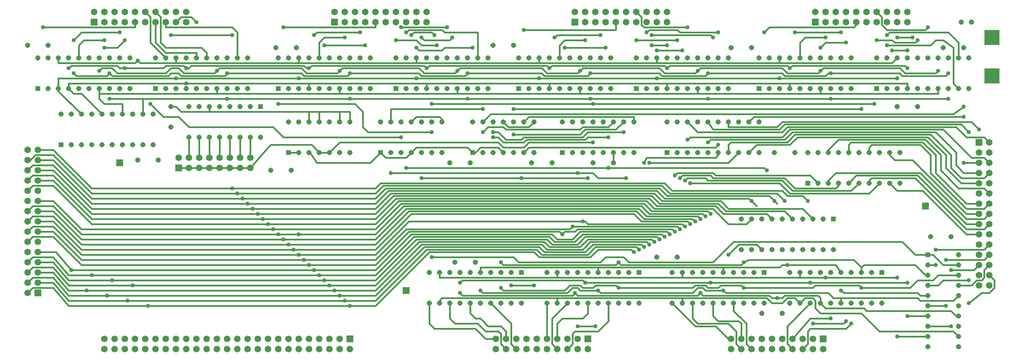
<source format=gbl>
G75*
G70*
%OFA0B0*%
%FSLAX24Y24*%
%IPPOS*%
%LPD*%
%AMOC8*
5,1,8,0,0,1.08239X$1,22.5*
%
%ADD10R,0.0650X0.0650*%
%ADD11C,0.0650*%
%ADD12R,0.0515X0.0515*%
%ADD13C,0.0515*%
%ADD14R,0.1500X0.1500*%
%ADD15R,0.0709X0.0709*%
%ADD16C,0.0400*%
%ADD17C,0.0160*%
D10*
X005125Y009625D03*
X035625Y005125D03*
X058875Y005125D03*
X081875Y005125D03*
X097125Y024375D03*
X081125Y036125D03*
X057625Y036125D03*
X034125Y036125D03*
X010625Y036125D03*
X018875Y021875D03*
D11*
X011625Y004125D03*
X012625Y004125D03*
X013625Y004125D03*
X014625Y004125D03*
X015625Y004125D03*
X016625Y004125D03*
X017625Y004125D03*
X018625Y004125D03*
X019625Y004125D03*
X020625Y004125D03*
X021625Y004125D03*
X022625Y004125D03*
X023625Y004125D03*
X024625Y004125D03*
X025625Y004125D03*
X026625Y004125D03*
X027625Y004125D03*
X028625Y004125D03*
X029625Y004125D03*
X030625Y004125D03*
X031625Y004125D03*
X032625Y004125D03*
X033625Y004125D03*
X034625Y004125D03*
X035625Y004125D03*
X034625Y005125D03*
X033625Y005125D03*
X032625Y005125D03*
X031625Y005125D03*
X030625Y005125D03*
X029625Y005125D03*
X028625Y005125D03*
X027625Y005125D03*
X026625Y005125D03*
X025625Y005125D03*
X024625Y005125D03*
X023625Y005125D03*
X022625Y005125D03*
X021625Y005125D03*
X020625Y005125D03*
X019625Y005125D03*
X018625Y005125D03*
X017625Y005125D03*
X016625Y005125D03*
X015625Y005125D03*
X014625Y005125D03*
X013625Y005125D03*
X012625Y005125D03*
X011625Y005125D03*
X004125Y009625D03*
X004125Y010625D03*
X005125Y010625D03*
X005125Y011625D03*
X004125Y011625D03*
X004125Y012625D03*
X005125Y012625D03*
X005125Y013625D03*
X004125Y013625D03*
X004125Y014625D03*
X005125Y014625D03*
X005125Y015625D03*
X004125Y015625D03*
X004125Y016625D03*
X005125Y016625D03*
X005125Y017625D03*
X004125Y017625D03*
X004125Y018625D03*
X005125Y018625D03*
X005125Y019625D03*
X004125Y019625D03*
X004125Y020625D03*
X005125Y020625D03*
X005125Y021625D03*
X004125Y021625D03*
X004125Y022625D03*
X005125Y022625D03*
X005125Y023625D03*
X004125Y023625D03*
X018875Y022875D03*
X019875Y022875D03*
X020875Y022875D03*
X021875Y022875D03*
X022875Y022875D03*
X023875Y022875D03*
X024875Y022875D03*
X025875Y022875D03*
X025875Y021875D03*
X024875Y021875D03*
X023875Y021875D03*
X022875Y021875D03*
X021875Y021875D03*
X020875Y021875D03*
X019875Y021875D03*
X019625Y036125D03*
X018625Y036125D03*
X017625Y036125D03*
X016625Y036125D03*
X015625Y036125D03*
X014625Y036125D03*
X013625Y036125D03*
X012625Y036125D03*
X011625Y036125D03*
X011625Y037125D03*
X010625Y037125D03*
X012625Y037125D03*
X013625Y037125D03*
X014625Y037125D03*
X015625Y037125D03*
X016625Y037125D03*
X017625Y037125D03*
X018625Y037125D03*
X019625Y037125D03*
X034125Y037125D03*
X035125Y037125D03*
X036125Y037125D03*
X037125Y037125D03*
X038125Y037125D03*
X039125Y037125D03*
X040125Y037125D03*
X041125Y037125D03*
X042125Y037125D03*
X043125Y037125D03*
X043125Y036125D03*
X042125Y036125D03*
X041125Y036125D03*
X040125Y036125D03*
X039125Y036125D03*
X038125Y036125D03*
X037125Y036125D03*
X036125Y036125D03*
X035125Y036125D03*
X057625Y037125D03*
X058625Y037125D03*
X059625Y037125D03*
X060625Y037125D03*
X061625Y037125D03*
X062625Y037125D03*
X063625Y037125D03*
X064625Y037125D03*
X065625Y037125D03*
X066625Y037125D03*
X066625Y036125D03*
X065625Y036125D03*
X064625Y036125D03*
X063625Y036125D03*
X062625Y036125D03*
X061625Y036125D03*
X060625Y036125D03*
X059625Y036125D03*
X058625Y036125D03*
X081125Y037125D03*
X082125Y037125D03*
X083125Y037125D03*
X084125Y037125D03*
X085125Y037125D03*
X086125Y037125D03*
X087125Y037125D03*
X088125Y037125D03*
X089125Y037125D03*
X090125Y037125D03*
X090125Y036125D03*
X089125Y036125D03*
X088125Y036125D03*
X087125Y036125D03*
X086125Y036125D03*
X085125Y036125D03*
X084125Y036125D03*
X083125Y036125D03*
X082125Y036125D03*
X098125Y024375D03*
X098125Y023375D03*
X097125Y023375D03*
X097125Y022375D03*
X098125Y022375D03*
X098125Y021375D03*
X097125Y021375D03*
X097125Y020375D03*
X098125Y020375D03*
X098125Y019375D03*
X097125Y019375D03*
X097125Y018375D03*
X098125Y018375D03*
X098125Y017375D03*
X097125Y017375D03*
X097125Y016375D03*
X098125Y016375D03*
X098125Y015375D03*
X097125Y015375D03*
X097125Y014375D03*
X098125Y014375D03*
X098125Y013375D03*
X097125Y013375D03*
X097125Y012375D03*
X098125Y012375D03*
X098125Y011375D03*
X097125Y011375D03*
X097125Y010375D03*
X098125Y010375D03*
X081875Y004125D03*
X080875Y004125D03*
X079875Y004125D03*
X078875Y004125D03*
X077875Y004125D03*
X076875Y004125D03*
X075875Y004125D03*
X074875Y004125D03*
X073875Y004125D03*
X072875Y004125D03*
X072875Y005125D03*
X073875Y005125D03*
X074875Y005125D03*
X075875Y005125D03*
X076875Y005125D03*
X077875Y005125D03*
X078875Y005125D03*
X079875Y005125D03*
X080875Y005125D03*
X058875Y004125D03*
X057875Y004125D03*
X056875Y004125D03*
X055875Y004125D03*
X054875Y004125D03*
X053875Y004125D03*
X052875Y004125D03*
X051875Y004125D03*
X050875Y004125D03*
X049875Y004125D03*
X049875Y005125D03*
X050875Y005125D03*
X051875Y005125D03*
X052875Y005125D03*
X053875Y005125D03*
X054875Y005125D03*
X055875Y005125D03*
X056875Y005125D03*
X057875Y005125D03*
D12*
X052375Y011625D03*
X063875Y011625D03*
X076125Y011625D03*
X087625Y011625D03*
X092125Y013375D03*
X082875Y016875D03*
X080375Y020375D03*
X066625Y023375D03*
X056375Y023375D03*
X047625Y023375D03*
X038625Y023375D03*
X029625Y023375D03*
X026875Y027875D03*
X028625Y029625D03*
X016625Y029625D03*
X005125Y029625D03*
X007375Y024125D03*
X040125Y029625D03*
X052125Y029625D03*
X063625Y029625D03*
X075625Y029625D03*
X087125Y029625D03*
D13*
X088125Y029625D03*
X089125Y029625D03*
X090125Y029625D03*
X091125Y029625D03*
X092125Y029625D03*
X093125Y029625D03*
X094125Y029625D03*
X095125Y029625D03*
X096125Y029625D03*
X091125Y027875D03*
X089125Y027875D03*
X084625Y029625D03*
X083625Y029625D03*
X082625Y029625D03*
X081625Y029625D03*
X080625Y029625D03*
X079625Y029625D03*
X078625Y029625D03*
X077625Y029625D03*
X076625Y029625D03*
X072625Y029625D03*
X071625Y029625D03*
X070625Y029625D03*
X069625Y029625D03*
X068625Y029625D03*
X067625Y029625D03*
X066625Y029625D03*
X065625Y029625D03*
X064625Y029625D03*
X061125Y029625D03*
X060125Y029625D03*
X059125Y029625D03*
X058125Y029625D03*
X057125Y029625D03*
X056125Y029625D03*
X055125Y029625D03*
X054125Y029625D03*
X053125Y029625D03*
X049125Y029625D03*
X048125Y029625D03*
X047125Y029625D03*
X046125Y029625D03*
X045125Y029625D03*
X044125Y029625D03*
X043125Y029625D03*
X042125Y029625D03*
X041125Y029625D03*
X037625Y029625D03*
X036625Y029625D03*
X035625Y029625D03*
X034625Y029625D03*
X033625Y029625D03*
X032625Y029625D03*
X031625Y029625D03*
X030625Y029625D03*
X029625Y029625D03*
X025625Y029625D03*
X024625Y029625D03*
X023625Y029625D03*
X022625Y029625D03*
X021625Y029625D03*
X020625Y029625D03*
X019625Y029625D03*
X018625Y029625D03*
X017625Y029625D03*
X018125Y027875D03*
X019875Y027875D03*
X020875Y027875D03*
X021875Y027875D03*
X022875Y027875D03*
X023875Y027875D03*
X024875Y027875D03*
X025875Y027875D03*
X029625Y026375D03*
X030625Y026375D03*
X031625Y026375D03*
X032625Y026375D03*
X033625Y026375D03*
X034625Y026375D03*
X035625Y026375D03*
X038625Y026375D03*
X039625Y026375D03*
X040625Y026375D03*
X041625Y026375D03*
X042625Y026375D03*
X043625Y026375D03*
X044625Y026375D03*
X047625Y026375D03*
X048625Y026375D03*
X049625Y026375D03*
X050625Y026375D03*
X051625Y026375D03*
X052625Y026375D03*
X053625Y026375D03*
X056375Y026375D03*
X057375Y026375D03*
X058375Y026375D03*
X059375Y026375D03*
X060375Y026375D03*
X061375Y026375D03*
X062375Y026375D03*
X063375Y026375D03*
X066625Y026375D03*
X067625Y026375D03*
X068625Y026375D03*
X069625Y026375D03*
X070625Y026375D03*
X071625Y026375D03*
X072625Y026375D03*
X073625Y026375D03*
X074625Y026375D03*
X075625Y026375D03*
X075625Y023375D03*
X074625Y023375D03*
X073625Y023375D03*
X072625Y023375D03*
X071625Y023375D03*
X070625Y023375D03*
X069625Y023375D03*
X068625Y023375D03*
X067625Y023375D03*
X063375Y023375D03*
X062375Y023375D03*
X061375Y023375D03*
X060375Y023375D03*
X059375Y023375D03*
X058375Y023375D03*
X057375Y023375D03*
X055375Y022375D03*
X053375Y022375D03*
X053625Y023375D03*
X052625Y023375D03*
X051625Y023375D03*
X050625Y023375D03*
X049625Y023375D03*
X048625Y023375D03*
X047375Y022375D03*
X045375Y022375D03*
X044625Y023375D03*
X043625Y023375D03*
X042625Y023375D03*
X041625Y023375D03*
X040625Y023375D03*
X039625Y023375D03*
X035625Y023375D03*
X034625Y023375D03*
X033625Y023375D03*
X032625Y023375D03*
X031625Y023375D03*
X030625Y023375D03*
X029875Y021625D03*
X027875Y021625D03*
X026875Y024875D03*
X025875Y024875D03*
X024875Y024875D03*
X023875Y024875D03*
X022875Y024875D03*
X021875Y024875D03*
X020875Y024875D03*
X019875Y024875D03*
X018125Y025875D03*
X016375Y027125D03*
X015375Y027125D03*
X014375Y027125D03*
X013375Y027125D03*
X012375Y027125D03*
X011375Y027125D03*
X010375Y027125D03*
X009375Y027125D03*
X008375Y027125D03*
X007375Y027125D03*
X007125Y029625D03*
X006125Y029625D03*
X008125Y029625D03*
X009125Y029625D03*
X010125Y029625D03*
X011125Y029625D03*
X012125Y029625D03*
X013125Y029625D03*
X014125Y029625D03*
X014125Y032625D03*
X013125Y032625D03*
X012125Y032625D03*
X011125Y032625D03*
X010125Y032625D03*
X009125Y032625D03*
X008125Y032625D03*
X007125Y032625D03*
X006125Y032625D03*
X005125Y032625D03*
X004125Y033875D03*
X006125Y033875D03*
X016625Y032625D03*
X017625Y032625D03*
X018625Y032625D03*
X019625Y032625D03*
X020625Y032625D03*
X021625Y032625D03*
X022625Y032625D03*
X023625Y032625D03*
X024625Y032625D03*
X025625Y032625D03*
X028375Y033625D03*
X028625Y032625D03*
X029625Y032625D03*
X030625Y032625D03*
X031625Y032625D03*
X032625Y032625D03*
X033625Y032625D03*
X034625Y032625D03*
X035625Y032625D03*
X036625Y032625D03*
X037625Y032625D03*
X040125Y032625D03*
X041125Y032625D03*
X042125Y032625D03*
X043125Y032625D03*
X044125Y032625D03*
X045125Y032625D03*
X046125Y032625D03*
X047125Y032625D03*
X048125Y032625D03*
X049125Y032625D03*
X052125Y032625D03*
X053125Y032625D03*
X054125Y032625D03*
X055125Y032625D03*
X056125Y032625D03*
X057125Y032625D03*
X058125Y032625D03*
X059125Y032625D03*
X060125Y032625D03*
X061125Y032625D03*
X063625Y032625D03*
X064625Y032625D03*
X065625Y032625D03*
X066625Y032625D03*
X067625Y032625D03*
X068625Y032625D03*
X069625Y032625D03*
X070625Y032625D03*
X071625Y032625D03*
X072625Y032625D03*
X072875Y033625D03*
X074875Y033625D03*
X075625Y032625D03*
X076625Y032625D03*
X077625Y032625D03*
X078625Y032625D03*
X079625Y032625D03*
X080625Y032625D03*
X081625Y032625D03*
X082625Y032625D03*
X083625Y032625D03*
X084625Y032625D03*
X087125Y032625D03*
X088125Y032625D03*
X089125Y032625D03*
X090125Y032625D03*
X091125Y032625D03*
X092125Y032625D03*
X093125Y032625D03*
X094125Y032625D03*
X095125Y032625D03*
X096125Y032625D03*
X095625Y033625D03*
X093625Y033625D03*
X095375Y036125D03*
X096375Y036125D03*
X089375Y023375D03*
X088375Y023375D03*
X087375Y023375D03*
X086375Y023375D03*
X085375Y023375D03*
X084375Y023375D03*
X083375Y023375D03*
X082375Y023375D03*
X081375Y023375D03*
X080375Y023375D03*
X079125Y023375D03*
X077125Y023375D03*
X081375Y020375D03*
X082375Y020375D03*
X083375Y020375D03*
X084375Y020375D03*
X085375Y020375D03*
X086375Y020375D03*
X087375Y020375D03*
X088375Y020375D03*
X089375Y020375D03*
X081875Y016875D03*
X080875Y016875D03*
X079875Y016875D03*
X078875Y016875D03*
X077875Y016875D03*
X076875Y016875D03*
X075875Y016875D03*
X074875Y016875D03*
X073875Y016875D03*
X073875Y013875D03*
X074875Y013875D03*
X075875Y013875D03*
X076875Y013875D03*
X077875Y013875D03*
X078875Y013875D03*
X079875Y013875D03*
X080875Y013875D03*
X081875Y013875D03*
X082875Y013875D03*
X082625Y011625D03*
X081625Y011625D03*
X080625Y011625D03*
X079625Y011625D03*
X078625Y011625D03*
X075125Y011625D03*
X074125Y011625D03*
X073125Y011625D03*
X072125Y011625D03*
X071125Y011625D03*
X070125Y011625D03*
X069125Y011625D03*
X068125Y011625D03*
X067125Y011625D03*
X067625Y013125D03*
X065625Y013125D03*
X062875Y011625D03*
X061875Y011625D03*
X060875Y011625D03*
X059875Y011625D03*
X058875Y011625D03*
X057875Y011625D03*
X056875Y011625D03*
X055875Y011625D03*
X054875Y011625D03*
X051375Y011625D03*
X050375Y011625D03*
X049375Y011625D03*
X048375Y011625D03*
X047375Y011625D03*
X046375Y011625D03*
X045375Y011625D03*
X044375Y011625D03*
X043375Y011625D03*
X045875Y012625D03*
X047875Y012625D03*
X047375Y008625D03*
X046375Y008625D03*
X045375Y008625D03*
X044375Y008625D03*
X043375Y008625D03*
X048375Y008625D03*
X049375Y008625D03*
X050375Y008625D03*
X051375Y008625D03*
X052375Y008625D03*
X054875Y008625D03*
X055875Y008625D03*
X056875Y008625D03*
X057875Y008625D03*
X058875Y008625D03*
X059875Y008625D03*
X060875Y008625D03*
X061875Y008625D03*
X062875Y008625D03*
X063875Y008625D03*
X067125Y008625D03*
X068125Y008625D03*
X069125Y008625D03*
X070125Y008625D03*
X071125Y008625D03*
X072125Y008625D03*
X073125Y008625D03*
X074125Y008625D03*
X075125Y008625D03*
X076125Y008625D03*
X075875Y007625D03*
X077875Y007625D03*
X078625Y008625D03*
X079625Y008625D03*
X080625Y008625D03*
X081625Y008625D03*
X082625Y008625D03*
X083625Y008625D03*
X084625Y008625D03*
X085625Y008625D03*
X086625Y008625D03*
X087625Y008625D03*
X092125Y008375D03*
X092125Y009375D03*
X092125Y010375D03*
X092125Y011375D03*
X092125Y012375D03*
X095125Y012375D03*
X095125Y013375D03*
X094375Y015125D03*
X092375Y015125D03*
X086625Y011625D03*
X085625Y011625D03*
X084625Y011625D03*
X083625Y011625D03*
X092125Y007375D03*
X092125Y006375D03*
X092125Y005375D03*
X092125Y004375D03*
X095125Y004375D03*
X095125Y005375D03*
X095125Y006375D03*
X095125Y007375D03*
X095125Y008375D03*
X095125Y009375D03*
X095125Y010375D03*
X095125Y011375D03*
X061375Y022375D03*
X059375Y022375D03*
X051625Y033875D03*
X049625Y033875D03*
X030375Y033625D03*
X016375Y024125D03*
X015375Y024125D03*
X014375Y024125D03*
X013375Y024125D03*
X012375Y024125D03*
X011375Y024125D03*
X010375Y024125D03*
X009375Y024125D03*
X008375Y024125D03*
X014875Y022625D03*
X016875Y022625D03*
D14*
X098375Y030875D03*
X098375Y034625D03*
D15*
X091875Y018125D03*
X041125Y009875D03*
X013125Y022375D03*
D16*
X024125Y019875D03*
X024625Y019375D03*
X025125Y018875D03*
X025625Y018375D03*
X026125Y017875D03*
X026625Y017375D03*
X027125Y016875D03*
X027625Y016375D03*
X028125Y015875D03*
X028625Y015375D03*
X029125Y014875D03*
X030625Y015375D03*
X029625Y014375D03*
X030125Y013875D03*
X030625Y013375D03*
X031125Y012875D03*
X031625Y012375D03*
X032125Y011875D03*
X032625Y011375D03*
X033125Y010875D03*
X033625Y010375D03*
X034125Y009875D03*
X034625Y009375D03*
X035125Y008875D03*
X035625Y008375D03*
X043625Y013125D03*
X046375Y010625D03*
X046375Y009625D03*
X048375Y009875D03*
X050375Y010125D03*
X051375Y010375D03*
X053625Y010375D03*
X057625Y009625D03*
X058625Y010625D03*
X059875Y009875D03*
X061875Y010125D03*
X061875Y012625D03*
X063375Y013625D03*
X063875Y013875D03*
X064375Y014125D03*
X064875Y014375D03*
X065375Y014625D03*
X065875Y014875D03*
X066375Y015125D03*
X066875Y015375D03*
X067375Y015625D03*
X067875Y015875D03*
X068375Y016125D03*
X068875Y016375D03*
X069375Y016625D03*
X069875Y016875D03*
X070375Y017125D03*
X070875Y017375D03*
X074875Y018625D03*
X077125Y018625D03*
X078125Y018625D03*
X080375Y018625D03*
X076375Y021625D03*
X071625Y024125D03*
X070625Y024375D03*
X068625Y024625D03*
X064875Y022375D03*
X064375Y022375D03*
X067375Y021125D03*
X067875Y020875D03*
X068375Y020625D03*
X068875Y020375D03*
X062625Y020875D03*
X060875Y021875D03*
X058875Y020875D03*
X057875Y021375D03*
X052375Y020875D03*
X059375Y024375D03*
X060875Y024875D03*
X062375Y025375D03*
X059375Y028125D03*
X059125Y028625D03*
X054125Y030625D03*
X055125Y031625D03*
X058125Y031375D03*
X059125Y031125D03*
X060625Y033625D03*
X058625Y034375D03*
X060125Y034875D03*
X056625Y033625D03*
X055625Y034625D03*
X052625Y035375D03*
X047625Y033625D03*
X045625Y034625D03*
X044125Y033875D03*
X043875Y034875D03*
X042625Y034625D03*
X041625Y034875D03*
X041125Y035125D03*
X040625Y035625D03*
X040125Y034375D03*
X042125Y033625D03*
X043125Y031625D03*
X042125Y030625D03*
X046125Y031375D03*
X047125Y031125D03*
X047125Y028625D03*
X048625Y027625D03*
X051625Y027625D03*
X049625Y025375D03*
X049625Y024875D03*
X048625Y025375D03*
X051625Y025125D03*
X043625Y025375D03*
X040625Y024875D03*
X041125Y021875D03*
X039625Y021375D03*
X042625Y020875D03*
X056375Y015375D03*
X057375Y016125D03*
X058375Y016625D03*
X050375Y012625D03*
X057875Y006375D03*
X059625Y006375D03*
X069875Y009625D03*
X070875Y010625D03*
X072125Y009875D03*
X074125Y010125D03*
X077375Y009125D03*
X080625Y010625D03*
X082125Y011125D03*
X083625Y009875D03*
X085625Y010125D03*
X089125Y011125D03*
X090125Y010625D03*
X094375Y011875D03*
X092875Y012375D03*
X093875Y012875D03*
X092875Y013875D03*
X096125Y010875D03*
X096125Y008625D03*
X093875Y008375D03*
X090125Y007375D03*
X089125Y005375D03*
X084625Y006625D03*
X084125Y006875D03*
X082625Y007125D03*
X080875Y006625D03*
X094375Y006375D03*
X078375Y012375D03*
X074125Y012625D03*
X072625Y013375D03*
X095625Y022375D03*
X096125Y025375D03*
X097125Y025625D03*
X095625Y026875D03*
X095625Y027875D03*
X094125Y028625D03*
X089125Y030625D03*
X090125Y031625D03*
X093125Y031375D03*
X094125Y031125D03*
X090125Y033375D03*
X088625Y033375D03*
X088125Y033875D03*
X087125Y034375D03*
X088125Y034875D03*
X089125Y034625D03*
X090625Y034625D03*
X091125Y034375D03*
X092125Y035625D03*
X084125Y034125D03*
X082125Y034625D03*
X081625Y033625D03*
X083625Y035125D03*
X079125Y035125D03*
X076125Y035125D03*
X071625Y035125D03*
X071125Y034625D03*
X068625Y035625D03*
X067625Y034375D03*
X066625Y033875D03*
X065625Y033375D03*
X065125Y033875D03*
X063625Y034375D03*
X065125Y034875D03*
X064625Y035125D03*
X068125Y033375D03*
X066625Y031625D03*
X065625Y030625D03*
X069625Y031375D03*
X070625Y031125D03*
X070625Y028625D03*
X077625Y030625D03*
X078625Y031625D03*
X081625Y031375D03*
X082625Y031125D03*
X082625Y028625D03*
X085625Y027625D03*
X086875Y028125D03*
X045125Y035625D03*
X037125Y033875D03*
X035125Y034625D03*
X036625Y035125D03*
X033125Y033875D03*
X032125Y034875D03*
X029125Y035625D03*
X024125Y034875D03*
X020625Y036125D03*
X018125Y034875D03*
X013625Y034375D03*
X013125Y035125D03*
X011625Y034375D03*
X011625Y033625D03*
X008625Y034375D03*
X005625Y035625D03*
X014875Y032375D03*
X013625Y031625D03*
X012125Y031125D03*
X011125Y031375D03*
X008625Y031125D03*
X008125Y031625D03*
X012125Y028625D03*
X016125Y028125D03*
X019625Y030125D03*
X018625Y030625D03*
X019625Y031625D03*
X022625Y031375D03*
X023625Y031125D03*
X023625Y028625D03*
X028625Y028125D03*
X030625Y030625D03*
X031625Y031625D03*
X034625Y031375D03*
X035625Y031125D03*
X035625Y028625D03*
X043625Y028125D03*
X008375Y011875D03*
X010375Y011375D03*
X012375Y010875D03*
X014375Y010375D03*
X011875Y009375D03*
X013875Y008875D03*
X015875Y008375D03*
X009875Y009875D03*
D17*
X034125Y009875D01*
X038125Y009875D01*
X042625Y014375D01*
X054375Y014375D01*
X054875Y013875D01*
X058375Y013875D01*
X059125Y014625D01*
X064625Y014625D01*
X064875Y014375D01*
X065125Y014875D02*
X065375Y014625D01*
X065125Y014875D02*
X058875Y014875D01*
X058125Y014125D01*
X055125Y014125D01*
X054625Y014625D01*
X042375Y014625D01*
X038125Y010375D01*
X033625Y010375D01*
X014375Y010375D01*
X008125Y010375D01*
X006625Y012125D01*
X004625Y012125D01*
X004125Y011625D01*
X005125Y011625D02*
X006625Y011625D01*
X008125Y009875D01*
X009875Y009875D01*
X008125Y009375D02*
X006625Y011125D01*
X004625Y011125D01*
X004125Y010625D01*
X004625Y010125D02*
X004125Y009625D01*
X004625Y010125D02*
X006625Y010125D01*
X008125Y008375D01*
X015875Y008375D01*
X035625Y008375D01*
X038125Y008375D01*
X043375Y013625D01*
X053625Y013625D01*
X054125Y013125D01*
X059125Y013125D01*
X059875Y013875D01*
X063125Y013875D01*
X063375Y013625D01*
X063625Y014125D02*
X063875Y013875D01*
X063625Y014125D02*
X059625Y014125D01*
X058875Y013375D01*
X054375Y013375D01*
X053875Y013875D01*
X043125Y013875D01*
X038125Y008875D01*
X035125Y008875D01*
X013875Y008875D01*
X008125Y008875D01*
X006625Y010625D01*
X005125Y010625D01*
X006625Y012625D02*
X008125Y010875D01*
X012375Y010875D01*
X033125Y010875D01*
X038125Y010875D01*
X042125Y014875D01*
X054875Y014875D01*
X055375Y014375D01*
X057875Y014375D01*
X058625Y015125D01*
X065625Y015125D01*
X065875Y014875D01*
X066125Y015375D02*
X066375Y015125D01*
X066125Y015375D02*
X058375Y015375D01*
X057625Y014625D01*
X055625Y014625D01*
X055125Y015125D01*
X041875Y015125D01*
X038125Y011375D01*
X032625Y011375D01*
X010375Y011375D01*
X008125Y011375D01*
X006625Y013125D01*
X004625Y013125D01*
X004125Y012625D01*
X005125Y012625D02*
X006625Y012625D01*
X006875Y013625D02*
X008375Y011875D01*
X032125Y011875D01*
X038125Y011875D01*
X041625Y015375D01*
X055375Y015375D01*
X055875Y014875D01*
X057375Y014875D01*
X058125Y015625D01*
X066625Y015625D01*
X066875Y015375D01*
X067125Y015875D02*
X067375Y015625D01*
X067125Y015875D02*
X057875Y015875D01*
X057625Y015625D01*
X056625Y015625D01*
X056375Y015375D01*
X056125Y015625D01*
X041375Y015625D01*
X038125Y012375D01*
X031625Y012375D01*
X009375Y012375D01*
X006625Y015125D01*
X004625Y015125D01*
X004125Y014625D01*
X004125Y015625D02*
X004625Y016125D01*
X006625Y016125D01*
X009375Y013375D01*
X030625Y013375D01*
X038125Y013375D01*
X041375Y016625D01*
X058375Y016625D01*
X058625Y016625D01*
X058875Y016375D01*
X068125Y016375D01*
X068375Y016125D01*
X067875Y015875D02*
X067625Y016125D01*
X057375Y016125D01*
X057125Y015875D01*
X041125Y015875D01*
X038125Y012875D01*
X031125Y012875D01*
X009375Y012875D01*
X006625Y015625D01*
X005125Y015625D01*
X005125Y016625D02*
X006625Y016625D01*
X009375Y013875D01*
X030125Y013875D01*
X038125Y013875D01*
X041625Y017375D01*
X063375Y017375D01*
X064125Y016625D01*
X068625Y016625D01*
X068875Y016375D01*
X069125Y016875D02*
X069375Y016625D01*
X069125Y016875D02*
X064375Y016875D01*
X063625Y017625D01*
X041375Y017625D01*
X038125Y014375D01*
X029625Y014375D01*
X009375Y014375D01*
X006625Y017125D01*
X004625Y017125D01*
X004125Y016625D01*
X004125Y017625D02*
X004625Y018125D01*
X006625Y018125D01*
X009375Y015375D01*
X028625Y015375D01*
X030625Y015375D01*
X038125Y015375D01*
X040875Y018125D01*
X064125Y018125D01*
X064875Y017375D01*
X070125Y017375D01*
X070375Y017125D01*
X069875Y016875D02*
X069625Y017125D01*
X064625Y017125D01*
X063875Y017875D01*
X041125Y017875D01*
X038125Y014875D01*
X029125Y014875D01*
X009375Y014875D01*
X006625Y017625D01*
X005125Y017625D01*
X005125Y018625D02*
X006625Y018625D01*
X009375Y015875D01*
X028125Y015875D01*
X038125Y015875D01*
X040625Y018375D01*
X064375Y018375D01*
X065125Y017625D01*
X070625Y017625D01*
X070875Y017375D01*
X071125Y017875D02*
X072625Y016375D01*
X074375Y016375D01*
X074875Y016875D01*
X076375Y017375D02*
X076875Y016875D01*
X076375Y017375D02*
X072125Y017375D01*
X071375Y018125D01*
X065625Y018125D01*
X064875Y018875D01*
X040125Y018875D01*
X038125Y016875D01*
X027125Y016875D01*
X010375Y016875D01*
X006625Y020625D01*
X005125Y020625D01*
X004625Y021125D02*
X006625Y021125D01*
X010375Y017375D01*
X026625Y017375D01*
X038125Y017375D01*
X039875Y019125D01*
X065125Y019125D01*
X065875Y018375D01*
X071625Y018375D01*
X072375Y017625D01*
X078125Y017625D01*
X078875Y016875D01*
X079875Y017875D02*
X080875Y016875D01*
X079875Y017875D02*
X072625Y017875D01*
X071875Y018625D01*
X066125Y018625D01*
X065375Y019375D01*
X039625Y019375D01*
X038125Y017875D01*
X026125Y017875D01*
X010375Y017875D01*
X006625Y021625D01*
X005125Y021625D01*
X004625Y021125D02*
X004125Y020625D01*
X004625Y020125D02*
X006625Y020125D01*
X010375Y016375D01*
X027625Y016375D01*
X038125Y016375D01*
X040375Y018625D01*
X064625Y018625D01*
X065375Y017875D01*
X071125Y017875D01*
X074625Y018875D02*
X074875Y018625D01*
X075375Y018125D01*
X074625Y018875D02*
X066375Y018875D01*
X065625Y019625D01*
X039375Y019625D01*
X038125Y018375D01*
X025625Y018375D01*
X010375Y018375D01*
X006625Y022125D01*
X004625Y022125D01*
X004125Y021625D01*
X004125Y022625D02*
X004375Y022625D01*
X004875Y023125D01*
X006625Y023125D01*
X010375Y019375D01*
X024625Y019375D01*
X038125Y019375D01*
X038875Y020125D01*
X066125Y020125D01*
X066875Y019375D01*
X077375Y019375D01*
X078125Y018625D01*
X078375Y019125D02*
X079875Y019125D01*
X080375Y018625D01*
X078875Y019625D02*
X077875Y020625D01*
X070625Y020625D01*
X070375Y020875D01*
X068625Y020875D01*
X068375Y020625D01*
X067875Y020875D02*
X068125Y021125D01*
X070875Y021125D01*
X071125Y020875D01*
X078125Y020875D01*
X079125Y019875D01*
X083125Y019875D01*
X083375Y020125D01*
X083375Y020375D01*
X082375Y020375D02*
X082375Y020625D01*
X083125Y021375D01*
X091375Y021375D01*
X095875Y016875D01*
X097625Y016875D01*
X098125Y017375D01*
X097625Y017875D02*
X098125Y018375D01*
X097625Y017875D02*
X095875Y017875D01*
X092375Y021375D01*
X092375Y023125D01*
X091375Y024125D01*
X086625Y024125D01*
X086375Y023875D01*
X086375Y023375D01*
X084375Y023375D02*
X084375Y024125D01*
X084625Y024375D01*
X091625Y024375D01*
X092875Y023125D01*
X092875Y021375D01*
X095875Y018375D01*
X097125Y018375D01*
X097125Y017375D02*
X095875Y017375D01*
X090625Y022625D01*
X088875Y022625D01*
X088375Y023125D01*
X088375Y023375D01*
X091875Y024625D02*
X093375Y023125D01*
X093375Y021625D01*
X095125Y019875D01*
X097625Y019875D01*
X098125Y019375D01*
X097125Y020375D02*
X095375Y020375D01*
X093875Y021875D01*
X093875Y023125D01*
X092125Y024875D01*
X079375Y024875D01*
X078625Y024125D01*
X075375Y024125D01*
X074625Y023375D01*
X073625Y023375D02*
X072625Y022375D01*
X064875Y022375D01*
X064375Y022375D02*
X064625Y022875D01*
X071375Y022875D01*
X071625Y023125D01*
X071625Y023375D01*
X071375Y023875D02*
X071625Y024125D01*
X071375Y023875D02*
X053125Y023875D01*
X052625Y023375D01*
X052625Y023875D02*
X053125Y024375D01*
X059375Y024375D01*
X058875Y024875D02*
X058625Y024625D01*
X052875Y024625D01*
X052625Y024375D01*
X050625Y024375D01*
X050125Y024875D01*
X049625Y024875D01*
X049625Y025375D02*
X050125Y025375D01*
X050875Y024625D01*
X052375Y024625D01*
X052625Y024875D01*
X058375Y024875D01*
X058875Y025375D01*
X062375Y025375D01*
X061625Y025625D02*
X058625Y025625D01*
X058125Y025125D01*
X051625Y025125D01*
X050625Y023875D02*
X050125Y024375D01*
X034625Y024375D01*
X033625Y023375D01*
X032625Y023375D01*
X031875Y024125D01*
X027875Y024125D01*
X027625Y023875D01*
X025875Y021875D01*
X024875Y021875D01*
X023875Y021875D01*
X022875Y021875D01*
X021875Y021875D01*
X020875Y021875D01*
X019875Y021875D01*
X018875Y021875D01*
X019875Y022875D02*
X019875Y024875D01*
X020875Y024875D02*
X020875Y022875D01*
X021875Y022875D02*
X021875Y024875D01*
X022875Y024875D02*
X022875Y022875D01*
X023875Y022875D02*
X023875Y024875D01*
X024875Y024875D02*
X024875Y022875D01*
X025875Y022875D02*
X025875Y024875D01*
X028125Y025875D02*
X029125Y024875D01*
X040625Y024875D01*
X039625Y026375D02*
X039625Y027625D01*
X048625Y027625D01*
X049375Y027125D02*
X048625Y026375D01*
X049125Y025875D02*
X050625Y025875D01*
X050875Y025625D01*
X058125Y025625D01*
X058375Y025875D01*
X060875Y025875D01*
X061375Y026375D01*
X061625Y025625D02*
X062375Y026375D01*
X063375Y026375D02*
X063375Y026875D01*
X053125Y026875D01*
X052625Y026375D01*
X053125Y025875D02*
X051125Y025875D01*
X050625Y026375D01*
X049125Y025875D02*
X048625Y025375D01*
X048375Y023875D02*
X050125Y023875D01*
X050625Y023375D01*
X050625Y023875D02*
X052625Y023875D01*
X048375Y023875D02*
X047875Y023375D01*
X047625Y023375D01*
X047125Y023875D01*
X042125Y023875D01*
X041625Y023375D01*
X041125Y022875D01*
X039125Y022875D01*
X038625Y023375D01*
X037625Y022375D01*
X032375Y022375D01*
X031875Y023125D01*
X031625Y023375D01*
X030625Y023375D02*
X029625Y023375D01*
X028125Y025875D02*
X019875Y025875D01*
X018875Y026875D01*
X017375Y026875D01*
X016125Y028125D01*
X015375Y028625D02*
X015375Y027125D01*
X013375Y027125D02*
X013375Y028125D01*
X011625Y028125D01*
X011125Y028625D01*
X011125Y029125D01*
X011125Y029625D01*
X011125Y029125D02*
X022625Y029125D01*
X034625Y029125D01*
X046125Y029125D01*
X046125Y029625D01*
X046125Y029125D02*
X058125Y029125D01*
X069625Y029125D01*
X081625Y029125D01*
X081625Y029625D01*
X081625Y029125D02*
X093125Y029125D01*
X093125Y029625D01*
X094125Y028625D02*
X082625Y028625D01*
X070625Y028625D01*
X059125Y028625D01*
X047125Y028625D01*
X035625Y028625D01*
X023625Y028625D01*
X015375Y028625D01*
X012125Y028625D01*
X011375Y027125D02*
X009375Y029125D01*
X008625Y029125D01*
X008125Y029625D01*
X008125Y030125D01*
X019625Y030125D01*
X031625Y030125D01*
X043125Y030125D01*
X055125Y030125D01*
X066625Y030125D01*
X078625Y030125D01*
X090125Y030125D01*
X090125Y029625D01*
X089625Y030875D02*
X089375Y031125D01*
X082625Y031125D01*
X082375Y031125D01*
X082125Y030875D01*
X078125Y030875D01*
X077875Y031125D01*
X070625Y031125D01*
X070375Y030875D01*
X066125Y030875D01*
X065875Y031125D01*
X059125Y031125D01*
X058875Y030875D01*
X054625Y030875D01*
X054375Y031125D01*
X047125Y031125D01*
X046875Y030875D01*
X042625Y030875D01*
X042375Y031125D01*
X035625Y031125D01*
X035375Y030875D01*
X031125Y030875D01*
X030875Y031125D01*
X023625Y031125D01*
X023375Y030875D01*
X019125Y030875D01*
X018875Y031125D01*
X018125Y031125D01*
X017875Y030875D01*
X012375Y030875D01*
X012125Y031125D01*
X011875Y030875D01*
X008875Y030875D01*
X008625Y031125D01*
X008125Y031625D02*
X008375Y031875D01*
X012875Y031875D01*
X013125Y031625D01*
X013625Y031625D01*
X017375Y031625D01*
X017625Y031875D01*
X019375Y031875D01*
X019625Y031625D01*
X019875Y031625D01*
X020125Y031875D01*
X031125Y031875D01*
X031375Y031625D01*
X031625Y031625D01*
X031875Y031875D01*
X042875Y031875D01*
X043125Y031625D01*
X043375Y031875D01*
X054875Y031875D01*
X055125Y031625D01*
X055375Y031875D01*
X066375Y031875D01*
X066625Y031625D01*
X066875Y031875D01*
X078375Y031875D01*
X078625Y031625D01*
X078875Y031875D01*
X089875Y031875D01*
X090125Y031625D01*
X089875Y031125D02*
X089375Y031625D01*
X081875Y031625D01*
X081625Y031375D01*
X081375Y031125D01*
X078375Y031125D01*
X077875Y031625D01*
X069875Y031625D01*
X069625Y031375D01*
X069375Y031125D01*
X066375Y031125D01*
X065875Y031625D01*
X058375Y031625D01*
X058125Y031375D01*
X057875Y031125D01*
X054875Y031125D01*
X054375Y031625D01*
X046375Y031625D01*
X046125Y031375D01*
X045875Y031125D01*
X042875Y031125D01*
X042375Y031625D01*
X034875Y031625D01*
X034625Y031375D01*
X034375Y031125D01*
X031375Y031125D01*
X030875Y031625D01*
X022875Y031625D01*
X022625Y031375D01*
X022375Y031125D01*
X019375Y031125D01*
X018875Y031625D01*
X018125Y031625D01*
X017625Y031125D01*
X012875Y031125D01*
X012375Y031625D01*
X011375Y031625D01*
X011125Y031375D01*
X009125Y032625D02*
X009125Y033875D01*
X009625Y034375D01*
X011625Y034375D01*
X011625Y033625D02*
X012875Y033625D01*
X013625Y034375D01*
X013125Y035125D02*
X009375Y035125D01*
X008625Y034375D01*
X005625Y035625D02*
X014625Y035625D01*
X014625Y036125D01*
X015625Y037125D02*
X016125Y036625D01*
X016125Y034125D01*
X017625Y032625D01*
X017625Y033125D02*
X016625Y034125D01*
X016625Y036125D01*
X017125Y036625D02*
X017125Y034125D01*
X017625Y033625D01*
X021125Y033625D01*
X021625Y033125D01*
X021625Y032625D01*
X020625Y032625D02*
X020625Y033125D01*
X017625Y033125D01*
X018625Y032625D02*
X018625Y032125D01*
X015125Y032125D01*
X014875Y032375D01*
X014625Y032125D01*
X007125Y032125D01*
X007125Y032625D01*
X007125Y030625D02*
X018625Y030625D01*
X030625Y030625D01*
X042125Y030625D01*
X054125Y030625D01*
X065625Y030625D01*
X077625Y030625D01*
X089125Y030625D01*
X089625Y030875D02*
X093875Y030875D01*
X094125Y031125D01*
X093125Y031375D02*
X092875Y031125D01*
X089875Y031125D01*
X088625Y032125D02*
X089125Y032625D01*
X088625Y033375D02*
X090125Y033375D01*
X090875Y034125D02*
X088875Y034125D01*
X088625Y034375D01*
X087125Y034375D01*
X088125Y033875D02*
X092375Y033875D01*
X092875Y034375D01*
X093625Y034375D01*
X094625Y033625D01*
X094625Y030125D01*
X095125Y029625D01*
X095625Y027875D02*
X094625Y027125D01*
X049375Y027125D01*
X051625Y027625D02*
X085625Y027625D01*
X086875Y028125D02*
X059375Y028125D01*
X043625Y028125D01*
X044375Y026875D02*
X042125Y026875D01*
X041625Y026375D01*
X043625Y025375D02*
X037375Y025375D01*
X036875Y025875D01*
X036875Y027375D01*
X036125Y028125D01*
X028625Y028125D01*
X031625Y027375D02*
X031625Y026375D01*
X032625Y026375D02*
X032625Y027375D01*
X034625Y027375D01*
X034625Y026375D01*
X035625Y026375D02*
X035625Y027375D01*
X034625Y027375D01*
X032625Y027375D02*
X031625Y027375D01*
X021875Y027375D01*
X019125Y027375D01*
X018625Y027875D01*
X018125Y027875D01*
X021875Y027875D02*
X021875Y027375D01*
X022625Y029125D02*
X022625Y029625D01*
X018625Y032125D02*
X030625Y032125D01*
X042125Y032125D01*
X042125Y032625D01*
X042375Y033375D02*
X044625Y033375D01*
X044875Y033625D01*
X047625Y033625D01*
X048125Y032625D02*
X048125Y035125D01*
X044875Y035125D01*
X044625Y035375D01*
X041375Y035375D01*
X041125Y035125D01*
X041625Y034875D02*
X041875Y035125D01*
X043625Y035125D01*
X043875Y034875D01*
X042875Y034375D02*
X045375Y034375D01*
X045625Y034625D01*
X044125Y033875D02*
X042625Y033875D01*
X042125Y034375D01*
X040125Y034375D01*
X042125Y033625D02*
X042375Y033375D01*
X042875Y034375D02*
X042625Y034625D01*
X040625Y035625D02*
X045125Y035625D01*
X038125Y035625D02*
X029125Y035625D01*
X032125Y034875D02*
X032375Y035125D01*
X036625Y035125D01*
X035125Y034625D02*
X033125Y034625D01*
X032625Y034125D01*
X032625Y032625D01*
X030625Y032625D02*
X030625Y032125D01*
X031625Y030125D02*
X031625Y029625D01*
X034625Y029625D02*
X034625Y029125D01*
X042125Y032125D02*
X054125Y032125D01*
X054125Y032625D01*
X054125Y032125D02*
X065625Y032125D01*
X065625Y032625D01*
X065625Y033375D02*
X068125Y033375D01*
X066625Y033875D02*
X065125Y033875D01*
X063625Y034375D02*
X067625Y034375D01*
X067875Y035125D02*
X071625Y035125D01*
X071125Y034625D02*
X070875Y034875D01*
X065125Y034875D01*
X064875Y035375D02*
X067625Y035375D01*
X067875Y035125D01*
X068625Y035625D02*
X064375Y035625D01*
X064125Y035875D01*
X064125Y036625D01*
X063625Y037125D01*
X061625Y036125D02*
X061625Y035375D01*
X052625Y035375D01*
X055625Y034625D02*
X055875Y034875D01*
X060125Y034875D01*
X058625Y034375D02*
X056625Y034375D01*
X056125Y033875D01*
X056125Y032625D01*
X056625Y033625D02*
X060625Y033625D01*
X064625Y035125D02*
X064875Y035375D01*
X065625Y032125D02*
X077625Y032125D01*
X077625Y032625D01*
X077625Y032125D02*
X088625Y032125D01*
X090875Y034125D02*
X091125Y034375D01*
X090625Y034625D02*
X089125Y034625D01*
X088375Y035125D02*
X088125Y034875D01*
X088375Y035125D02*
X094125Y035125D01*
X095125Y034125D01*
X095125Y032625D01*
X092125Y035625D02*
X091875Y035375D01*
X088125Y035375D01*
X087625Y035875D01*
X087625Y036625D01*
X087125Y037125D01*
X085125Y036125D02*
X085125Y035875D01*
X084875Y035625D01*
X076625Y035625D01*
X076125Y035125D01*
X079125Y035125D02*
X083625Y035125D01*
X082125Y034625D02*
X080125Y034625D01*
X079625Y034125D01*
X079625Y032625D01*
X081625Y033625D02*
X082125Y034125D01*
X084125Y034125D01*
X078625Y030125D02*
X078625Y029625D01*
X075125Y026875D02*
X095625Y026875D01*
X095375Y026125D02*
X096125Y025375D01*
X095875Y024875D02*
X097625Y024875D01*
X098125Y024375D01*
X095875Y024875D02*
X094875Y025875D01*
X078375Y025875D01*
X077875Y025375D01*
X069625Y025375D01*
X068625Y026375D01*
X070625Y026375D02*
X071125Y025625D01*
X077625Y025625D01*
X078125Y026125D01*
X095375Y026125D01*
X096375Y026375D02*
X097125Y025625D01*
X096375Y026375D02*
X077875Y026375D01*
X077375Y025875D01*
X072625Y025875D01*
X072625Y026375D01*
X074625Y026375D02*
X075125Y026875D01*
X077875Y024875D02*
X078625Y025625D01*
X093625Y025625D01*
X096375Y022875D01*
X097625Y022875D01*
X098125Y022375D01*
X097125Y022375D02*
X095625Y022375D01*
X094875Y022125D02*
X095625Y021375D01*
X097125Y021375D01*
X097625Y020875D02*
X095375Y020875D01*
X094375Y021875D01*
X094375Y023125D01*
X092375Y025125D01*
X079125Y025125D01*
X078375Y024375D01*
X072875Y024375D01*
X072625Y024125D01*
X072625Y023375D01*
X070875Y024625D02*
X078125Y024625D01*
X078875Y025375D01*
X092875Y025375D01*
X094875Y023375D01*
X094875Y022125D01*
X097625Y020875D02*
X098125Y021375D01*
X095875Y016375D02*
X091125Y021125D01*
X085125Y021125D01*
X084375Y020375D01*
X084625Y019625D02*
X085375Y020375D01*
X086375Y020375D02*
X086375Y020625D01*
X086625Y020875D01*
X090875Y020875D01*
X095875Y015875D01*
X097625Y015875D01*
X098125Y016375D01*
X097125Y016375D02*
X095875Y016375D01*
X095875Y015375D02*
X097125Y015375D01*
X095875Y015375D02*
X091625Y019625D01*
X089125Y019625D01*
X088375Y020375D01*
X087375Y020375D02*
X086375Y019375D01*
X078625Y019375D01*
X077625Y020375D01*
X068875Y020375D01*
X067625Y021375D02*
X067375Y021125D01*
X067625Y021375D02*
X071125Y021375D01*
X071375Y021125D01*
X080625Y021125D01*
X081375Y020375D01*
X078875Y019625D02*
X084625Y019625D01*
X078375Y019125D02*
X077875Y019625D01*
X067125Y019625D01*
X066375Y020375D01*
X038625Y020375D01*
X038125Y019875D01*
X024125Y019875D01*
X010375Y019875D01*
X006625Y023625D01*
X005125Y023625D01*
X005125Y022625D02*
X006625Y022625D01*
X010375Y018875D01*
X025125Y018875D01*
X038125Y018875D01*
X039125Y019875D01*
X065875Y019875D01*
X066625Y019125D01*
X076625Y019125D01*
X077125Y018625D01*
X077375Y018375D01*
X076375Y021625D02*
X076125Y021875D01*
X060875Y021875D01*
X041125Y021875D01*
X039625Y021375D02*
X057875Y021375D01*
X059375Y021375D01*
X059875Y020875D01*
X062625Y020875D01*
X061375Y022375D02*
X061375Y023375D01*
X060875Y024875D02*
X058875Y024875D01*
X053625Y026375D02*
X053125Y025875D01*
X058125Y029125D02*
X058125Y029625D01*
X055125Y029625D02*
X055125Y030125D01*
X044625Y026625D02*
X044625Y026375D01*
X044625Y026625D02*
X044375Y026875D01*
X043125Y029625D02*
X043125Y030125D01*
X037125Y033875D02*
X033125Y033875D01*
X038125Y035625D02*
X038125Y036125D01*
X024625Y035125D02*
X024625Y032625D01*
X024125Y034875D02*
X018125Y034875D01*
X017625Y035625D02*
X024125Y035625D01*
X024625Y035125D01*
X020625Y036125D02*
X020125Y036625D01*
X019125Y036625D01*
X018625Y036125D01*
X017625Y036125D02*
X017625Y035625D01*
X017125Y036625D02*
X016625Y037125D01*
X007125Y030625D02*
X007125Y029625D01*
X007125Y029375D01*
X009375Y027125D01*
X004625Y020125D02*
X004125Y019625D01*
X005125Y013625D02*
X006875Y013625D01*
X008125Y009375D02*
X011875Y009375D01*
X034625Y009375D01*
X038125Y009375D01*
X042875Y014125D01*
X054125Y014125D01*
X054625Y013625D01*
X058625Y013625D01*
X059375Y014375D01*
X064125Y014375D01*
X064375Y014125D01*
X062875Y012625D02*
X062375Y013125D01*
X060625Y013125D01*
X060125Y012625D01*
X052125Y012625D01*
X051625Y013125D01*
X043625Y013125D01*
X044375Y011625D02*
X044375Y011125D01*
X055875Y011125D01*
X055875Y011625D01*
X055875Y011125D02*
X068125Y011125D01*
X068125Y011625D01*
X068125Y011125D02*
X079625Y011125D01*
X082125Y011125D01*
X089125Y011125D01*
X090125Y010625D02*
X080625Y010625D01*
X070875Y010625D01*
X058625Y010625D01*
X058375Y010875D01*
X046625Y010875D01*
X046375Y010625D01*
X046375Y009625D02*
X046625Y009375D01*
X057375Y009375D01*
X057625Y009625D01*
X057875Y009375D01*
X069625Y009375D01*
X069875Y009625D01*
X070125Y009375D01*
X076625Y009375D01*
X076875Y009125D01*
X077375Y009125D01*
X077875Y009125D01*
X078125Y009375D01*
X081375Y009375D01*
X081625Y009125D01*
X081625Y008625D01*
X082125Y008125D01*
X085875Y008125D01*
X086125Y007875D01*
X094375Y007875D01*
X094875Y007375D01*
X095125Y007375D01*
X094375Y006375D02*
X092125Y006375D01*
X092125Y007375D02*
X090125Y007375D01*
X092125Y008375D02*
X093875Y008375D01*
X094625Y008875D02*
X095125Y009375D01*
X094625Y008875D02*
X091375Y008875D01*
X091125Y009125D01*
X083625Y009125D01*
X082875Y009125D01*
X082375Y009625D01*
X072375Y009625D01*
X072125Y009875D01*
X070375Y009875D01*
X070125Y010125D01*
X069625Y010125D01*
X069125Y009625D01*
X060125Y009625D01*
X059875Y009875D01*
X058125Y009875D01*
X057875Y010125D01*
X057375Y010125D01*
X056875Y009625D01*
X048625Y009625D01*
X048375Y009875D01*
X050375Y010125D02*
X050625Y009875D01*
X056625Y009875D01*
X057125Y010375D01*
X058125Y010375D01*
X058375Y010125D01*
X059375Y010125D01*
X059625Y010375D01*
X061625Y010375D01*
X061875Y010125D01*
X069125Y010125D01*
X069375Y010375D01*
X070375Y010375D01*
X070625Y010125D01*
X071625Y010125D01*
X071875Y010375D01*
X073875Y010375D01*
X074125Y010125D01*
X080875Y010125D01*
X081125Y010375D01*
X085375Y010375D01*
X085625Y010125D01*
X090375Y010125D01*
X091125Y010875D01*
X092625Y010875D01*
X093125Y011375D01*
X095125Y011375D01*
X094375Y011875D02*
X096625Y011875D01*
X097125Y012375D01*
X097625Y012875D02*
X093875Y012875D01*
X093625Y012375D02*
X092625Y013375D01*
X092125Y013375D01*
X090875Y013375D01*
X089625Y014625D01*
X073125Y014625D01*
X071125Y012625D01*
X062875Y012625D01*
X062125Y012375D02*
X073875Y012375D01*
X074125Y012625D01*
X074625Y012875D01*
X084875Y012875D01*
X085625Y012125D01*
X085875Y012375D01*
X090875Y012375D01*
X091875Y011375D01*
X092125Y011375D01*
X093125Y010375D02*
X093625Y010875D01*
X096125Y010875D01*
X096375Y010375D02*
X096875Y010875D01*
X097375Y010875D01*
X097625Y011125D01*
X097625Y011875D01*
X098125Y012375D01*
X097625Y012875D02*
X098125Y013375D01*
X097625Y013875D02*
X098125Y014375D01*
X097625Y013875D02*
X092875Y013875D01*
X092875Y012375D02*
X092125Y012375D01*
X093625Y012375D02*
X095125Y012375D01*
X098125Y011375D02*
X098625Y010875D01*
X098625Y010125D01*
X098125Y009625D01*
X097375Y009625D01*
X096125Y008625D01*
X092125Y009375D02*
X091375Y009375D01*
X091125Y009625D01*
X083875Y009625D01*
X083625Y009875D01*
X083625Y009125D02*
X083625Y008625D01*
X081625Y007625D02*
X081125Y008125D01*
X081125Y008875D01*
X080875Y009125D01*
X080125Y009125D01*
X079625Y008625D01*
X079125Y009125D01*
X078375Y009125D01*
X077875Y008625D01*
X076875Y008625D01*
X076375Y009125D01*
X068125Y009125D01*
X068125Y008625D01*
X067125Y008625D02*
X069375Y006375D01*
X071375Y006375D01*
X072625Y005125D01*
X072875Y005125D01*
X073375Y004625D02*
X073375Y005875D01*
X072625Y006625D01*
X069625Y006625D01*
X069125Y007125D01*
X069125Y008625D01*
X068125Y009125D02*
X055875Y009125D01*
X055875Y008625D01*
X054875Y008625D02*
X054875Y005125D01*
X055375Y004625D02*
X055875Y004125D01*
X055375Y004625D02*
X055375Y007125D01*
X056875Y008625D01*
X055875Y009125D02*
X044625Y009125D01*
X044375Y008875D01*
X044375Y008625D01*
X043375Y008625D02*
X043375Y006625D01*
X043875Y006125D01*
X047875Y006125D01*
X048875Y005125D01*
X049875Y005125D01*
X050375Y004625D02*
X050375Y005625D01*
X050125Y005875D01*
X048875Y005875D01*
X048125Y006625D01*
X045875Y006625D01*
X045375Y007125D01*
X045375Y008625D01*
X047375Y008625D02*
X047375Y007625D01*
X047875Y007125D01*
X048375Y007125D01*
X049125Y006375D01*
X050375Y006375D01*
X050875Y005875D01*
X050875Y005125D01*
X050375Y004625D02*
X050875Y004125D01*
X051375Y004625D02*
X051375Y006625D01*
X049375Y008625D01*
X051375Y010375D02*
X053625Y010375D01*
X050625Y012375D02*
X061625Y012375D01*
X061875Y012625D01*
X062125Y012375D01*
X059875Y012125D02*
X059875Y011625D01*
X059875Y012125D02*
X072125Y012125D01*
X072125Y011625D01*
X072125Y012125D02*
X077625Y012125D01*
X077875Y012375D01*
X078375Y012375D01*
X078625Y012375D01*
X078375Y012375D02*
X083125Y012375D01*
X083625Y011625D01*
X085625Y011625D02*
X085625Y012125D01*
X079625Y011625D02*
X079625Y011125D01*
X080625Y008625D02*
X078375Y006375D01*
X078375Y004625D01*
X078875Y004125D01*
X079875Y004125D02*
X080375Y004625D01*
X080375Y005875D01*
X080625Y006125D01*
X084125Y006125D01*
X084625Y006625D01*
X084125Y006875D02*
X083875Y006625D01*
X080875Y006625D01*
X080625Y007125D02*
X082625Y007125D01*
X081625Y007625D02*
X085625Y007625D01*
X087375Y005875D01*
X094625Y005875D01*
X095125Y005375D01*
X092125Y005375D02*
X089125Y005375D01*
X080625Y007125D02*
X078875Y005125D01*
X074875Y004125D02*
X074375Y004625D01*
X074375Y006625D01*
X073125Y007875D01*
X073125Y008625D01*
X071125Y008625D02*
X071125Y007375D01*
X071625Y006875D01*
X073625Y006875D01*
X073875Y006625D01*
X073875Y005125D01*
X073375Y004625D02*
X073875Y004125D01*
X060875Y006875D02*
X059875Y005875D01*
X057625Y005875D01*
X057375Y005625D01*
X057375Y004625D01*
X056875Y004125D01*
X055875Y005125D02*
X055875Y006625D01*
X056375Y007125D01*
X058375Y007125D01*
X058875Y007625D01*
X058875Y008625D01*
X060875Y008625D02*
X060875Y006875D01*
X059625Y006375D02*
X057875Y006375D01*
X051875Y004125D02*
X051375Y004625D01*
X048375Y011625D02*
X048375Y012125D01*
X059875Y012125D01*
X050625Y012375D02*
X050375Y012625D01*
X052375Y020875D02*
X042625Y020875D01*
X052375Y020875D02*
X058875Y020875D01*
X068625Y024625D02*
X068875Y024875D01*
X077875Y024875D01*
X082375Y023625D02*
X082375Y023375D01*
X082375Y023625D02*
X083375Y024625D01*
X091875Y024625D01*
X070875Y024625D02*
X070625Y024375D01*
X069625Y029125D02*
X069625Y029625D01*
X066625Y029625D02*
X066625Y030125D01*
X073625Y014375D02*
X072625Y013375D01*
X073625Y014375D02*
X075375Y014375D01*
X075875Y013875D01*
X092125Y010375D02*
X093125Y010375D01*
X095125Y010375D02*
X096375Y010375D01*
M02*

</source>
